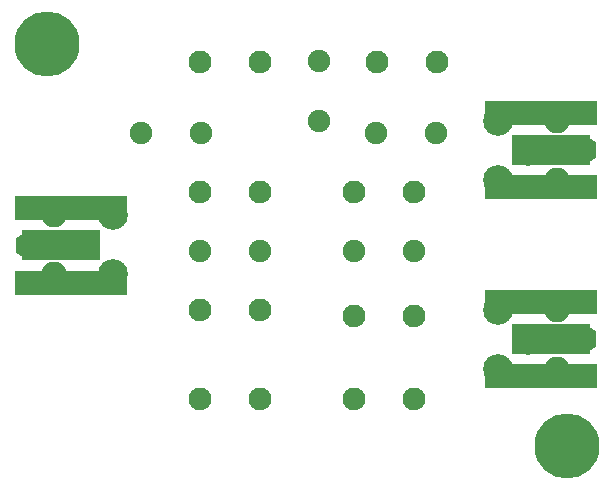
<source format=gts>
G04 #@! TF.FileFunction,Soldermask,Top*
%FSLAX45Y45*%
G04 Gerber Fmt 4.5, Leading zero omitted, Abs format (unit mm)*
G04 Created by KiCad (PCBNEW (2015-01-25 BZR 5388)-product) date Mo 03 Aug 2015 14:14:46 CEST*
%MOMM*%
G01*
G04 APERTURE LIST*
%ADD10C,0.150000*%
%ADD11C,5.509260*%
%ADD12C,1.930400*%
%ADD13C,1.905000*%
%ADD14R,9.507220X2.032000*%
%ADD15R,6.604000X2.506980*%
%ADD16C,2.506980*%
%ADD17C,2.108200*%
G04 APERTURE END LIST*
D10*
D11*
X17100042Y-9900158D03*
X12700000Y-6499860D03*
D12*
X15296000Y-9500000D03*
X15804000Y-9500000D03*
X15296000Y-8800000D03*
X15804000Y-8800000D03*
X15804000Y-7750000D03*
X15296000Y-7750000D03*
X15496000Y-6650000D03*
X16004000Y-6650000D03*
X13996000Y-6650000D03*
X14504000Y-6650000D03*
X14503908Y-7750048D03*
X13995908Y-7750048D03*
X13995908Y-8750046D03*
X14503908Y-8750046D03*
X13995908Y-9500108D03*
X14503908Y-9500108D03*
D13*
X15296000Y-8250000D03*
X15804000Y-8250000D03*
X15994000Y-7250000D03*
X15486000Y-7250000D03*
X14004036Y-7249922D03*
X13496036Y-7249922D03*
X15000000Y-6646000D03*
X15000000Y-7154000D03*
X14503908Y-8249920D03*
X13995908Y-8249920D03*
D14*
X12900074Y-8519484D03*
D10*
G36*
X12536219Y-8077651D02*
X12536219Y-8328349D01*
X12435381Y-8268405D01*
X12435381Y-8137595D01*
X12536219Y-8077651D01*
X12536219Y-8077651D01*
G37*
D14*
X12900074Y-7887024D03*
D15*
X12816000Y-8203000D03*
D16*
X13010056Y-8197920D03*
D17*
X12760120Y-7947984D03*
X12760120Y-8448110D03*
D16*
X13259992Y-8448110D03*
X13259992Y-7947984D03*
D14*
X16879926Y-7080516D03*
D10*
G36*
X17243781Y-7522349D02*
X17243781Y-7271651D01*
X17344619Y-7331595D01*
X17344619Y-7462405D01*
X17243781Y-7522349D01*
X17243781Y-7522349D01*
G37*
D14*
X16879926Y-7712976D03*
D15*
X16964000Y-7397000D03*
D16*
X16769944Y-7402080D03*
D17*
X17019880Y-7652016D03*
X17019880Y-7151890D03*
D16*
X16520008Y-7151890D03*
X16520008Y-7652016D03*
D14*
X16879926Y-8680516D03*
D10*
G36*
X17243781Y-9122349D02*
X17243781Y-8871651D01*
X17344619Y-8931595D01*
X17344619Y-9062405D01*
X17243781Y-9122349D01*
X17243781Y-9122349D01*
G37*
D14*
X16879926Y-9312976D03*
D15*
X16964000Y-8997000D03*
D16*
X16769944Y-9002080D03*
D17*
X17019880Y-9252016D03*
X17019880Y-8751890D03*
D16*
X16520008Y-8751890D03*
X16520008Y-9252016D03*
M02*

</source>
